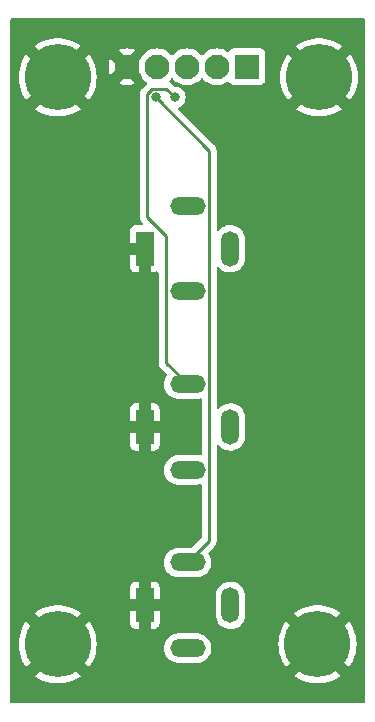
<source format=gbr>
%TF.GenerationSoftware,KiCad,Pcbnew,7.0.1*%
%TF.CreationDate,2023-03-29T16:16:29+02:00*%
%TF.ProjectId,remote,72656d6f-7465-42e6-9b69-6361645f7063,1.0*%
%TF.SameCoordinates,Original*%
%TF.FileFunction,Copper,L2,Bot*%
%TF.FilePolarity,Positive*%
%FSLAX46Y46*%
G04 Gerber Fmt 4.6, Leading zero omitted, Abs format (unit mm)*
G04 Created by KiCad (PCBNEW 7.0.1) date 2023-03-29 16:16:29*
%MOMM*%
%LPD*%
G01*
G04 APERTURE LIST*
%TA.AperFunction,ComponentPad*%
%ADD10C,5.600000*%
%TD*%
%TA.AperFunction,ComponentPad*%
%ADD11R,1.500000X3.000000*%
%TD*%
%TA.AperFunction,ComponentPad*%
%ADD12O,1.500000X3.000000*%
%TD*%
%TA.AperFunction,ComponentPad*%
%ADD13O,3.000000X1.500000*%
%TD*%
%TA.AperFunction,ComponentPad*%
%ADD14R,2.100000X2.100000*%
%TD*%
%TA.AperFunction,ComponentPad*%
%ADD15C,2.100000*%
%TD*%
%TA.AperFunction,ViaPad*%
%ADD16C,0.800000*%
%TD*%
%TA.AperFunction,Conductor*%
%ADD17C,0.250000*%
%TD*%
G04 APERTURE END LIST*
D10*
%TO.P,H1,1,1*%
%TO.N,GND*%
X130675000Y-54400000D03*
%TD*%
D11*
%TO.P,J1,1,GND*%
%TO.N,GND*%
X138050000Y-68900000D03*
D12*
%TO.P,J1,2,VCC*%
%TO.N,+5V*%
X145300000Y-68900000D03*
D13*
%TO.P,J1,3,-*%
%TO.N,Brake_BTN*%
X141675000Y-65275000D03*
%TO.P,J1,4,+*%
%TO.N,+5V*%
X141675000Y-72525000D03*
%TD*%
D14*
%TO.P,J4,1,Pin_1*%
%TO.N,+5V*%
X146700000Y-53500000D03*
D15*
%TO.P,J4,2,Pin_2*%
%TO.N,Brake_BTN*%
X144160000Y-53500000D03*
%TO.P,J4,3,Pin_3*%
%TO.N,RearLight_BTN*%
X141620000Y-53500000D03*
%TO.P,J4,4,Pin_4*%
%TO.N,IND_BTN*%
X139080000Y-53500000D03*
%TO.P,J4,5,Pin_5*%
%TO.N,GND*%
X136540000Y-53500000D03*
%TD*%
D11*
%TO.P,J2,1,GND*%
%TO.N,GND*%
X138050000Y-84000000D03*
D12*
%TO.P,J2,2,VCC*%
%TO.N,+5V*%
X145300000Y-84000000D03*
D13*
%TO.P,J2,3,-*%
%TO.N,RearLight_BTN*%
X141675000Y-80375000D03*
%TO.P,J2,4,+*%
%TO.N,+5V*%
X141675000Y-87625000D03*
%TD*%
D10*
%TO.P,H3,1,1*%
%TO.N,GND*%
X130675000Y-102400000D03*
%TD*%
%TO.P,H4,1,1*%
%TO.N,GND*%
X152675000Y-102400000D03*
%TD*%
%TO.P,H2,1,1*%
%TO.N,GND*%
X152800000Y-54400000D03*
%TD*%
D11*
%TO.P,J3,1,GND*%
%TO.N,GND*%
X138050000Y-99100000D03*
D12*
%TO.P,J3,2,VCC*%
%TO.N,+5V*%
X145300000Y-99100000D03*
D13*
%TO.P,J3,3,-*%
%TO.N,IND_BTN*%
X141675000Y-95475000D03*
%TO.P,J3,4,+*%
%TO.N,+5V*%
X141675000Y-102725000D03*
%TD*%
D16*
%TO.N,GND*%
X127800000Y-65300000D03*
X127800000Y-80300000D03*
X127900000Y-95500000D03*
%TO.N,RearLight_BTN*%
X140600000Y-56100000D03*
%TO.N,IND_BTN*%
X139000000Y-56100000D03*
%TD*%
D17*
%TO.N,RearLight_BTN*%
X140600000Y-56100000D02*
X139875000Y-55375000D01*
X138275000Y-55799695D02*
X138275000Y-66225000D01*
X139875000Y-55375000D02*
X138699695Y-55375000D01*
X138699695Y-55375000D02*
X138275000Y-55799695D01*
X139850000Y-67800000D02*
X139850000Y-78550000D01*
X138275000Y-66225000D02*
X139850000Y-67800000D01*
X139850000Y-78550000D02*
X141675000Y-80375000D01*
%TO.N,IND_BTN*%
X143500000Y-93650000D02*
X141675000Y-95475000D01*
X139000000Y-56100000D02*
X143500000Y-60600000D01*
X143500000Y-60600000D02*
X143500000Y-93650000D01*
%TD*%
%TA.AperFunction,Conductor*%
%TO.N,GND*%
G36*
X156612500Y-49417113D02*
G01*
X156657887Y-49462500D01*
X156674500Y-49524500D01*
X156674500Y-107275500D01*
X156657887Y-107337500D01*
X156612500Y-107382887D01*
X156550500Y-107399500D01*
X126799500Y-107399500D01*
X126737500Y-107382887D01*
X126692113Y-107337500D01*
X126675500Y-107275500D01*
X126675500Y-105060394D01*
X128721712Y-105060394D01*
X128820363Y-105135386D01*
X129126984Y-105319873D01*
X129451746Y-105470124D01*
X129790859Y-105584385D01*
X130140335Y-105661310D01*
X130496078Y-105700000D01*
X130853922Y-105700000D01*
X131209664Y-105661310D01*
X131559140Y-105584385D01*
X131898253Y-105470124D01*
X132223015Y-105319873D01*
X132529637Y-105135385D01*
X132628285Y-105060394D01*
X150721712Y-105060394D01*
X150820363Y-105135386D01*
X151126984Y-105319873D01*
X151451746Y-105470124D01*
X151790859Y-105584385D01*
X152140335Y-105661310D01*
X152496078Y-105700000D01*
X152853922Y-105700000D01*
X153209664Y-105661310D01*
X153559140Y-105584385D01*
X153898253Y-105470124D01*
X154223015Y-105319873D01*
X154529637Y-105135385D01*
X154628286Y-105060393D01*
X152675000Y-103107107D01*
X150721712Y-105060393D01*
X150721712Y-105060394D01*
X132628285Y-105060394D01*
X132628286Y-105060393D01*
X130675000Y-103107107D01*
X128721712Y-105060393D01*
X128721712Y-105060394D01*
X126675500Y-105060394D01*
X126675500Y-102400000D01*
X127370152Y-102400000D01*
X127389525Y-102757310D01*
X127447419Y-103110451D01*
X127543149Y-103455241D01*
X127675601Y-103787670D01*
X127843218Y-104103829D01*
X128013265Y-104354627D01*
X129967893Y-102400001D01*
X129967893Y-102400000D01*
X131382107Y-102400000D01*
X133336733Y-104354627D01*
X133506783Y-104103824D01*
X133674398Y-103787670D01*
X133806850Y-103455241D01*
X133902580Y-103110451D01*
X133956536Y-102781328D01*
X139670709Y-102781328D01*
X139700925Y-103004388D01*
X139736211Y-103112988D01*
X139770483Y-103218464D01*
X139877148Y-103416681D01*
X140017492Y-103592666D01*
X140187004Y-103740765D01*
X140187006Y-103740766D01*
X140380237Y-103856216D01*
X140498214Y-103900493D01*
X140590976Y-103935307D01*
X140812453Y-103975500D01*
X142481153Y-103975500D01*
X142481155Y-103975500D01*
X142649188Y-103960377D01*
X142866170Y-103900493D01*
X143068973Y-103802829D01*
X143251078Y-103670522D01*
X143406632Y-103507825D01*
X143530635Y-103319968D01*
X143619103Y-103112988D01*
X143669191Y-102893537D01*
X143679290Y-102668670D01*
X143649075Y-102445613D01*
X143634254Y-102400000D01*
X149370152Y-102400000D01*
X149389525Y-102757310D01*
X149447419Y-103110451D01*
X149543149Y-103455241D01*
X149675601Y-103787670D01*
X149843218Y-104103829D01*
X150013265Y-104354627D01*
X151967893Y-102400001D01*
X153382107Y-102400001D01*
X155336733Y-104354627D01*
X155506783Y-104103824D01*
X155674398Y-103787670D01*
X155806850Y-103455241D01*
X155902580Y-103110451D01*
X155960474Y-102757310D01*
X155979847Y-102400000D01*
X155960474Y-102042689D01*
X155902580Y-101689548D01*
X155806850Y-101344758D01*
X155674398Y-101012329D01*
X155506781Y-100696170D01*
X155336734Y-100445371D01*
X155336733Y-100445371D01*
X153382107Y-102400000D01*
X153382107Y-102400001D01*
X151967893Y-102400001D01*
X151967893Y-102399999D01*
X150013265Y-100445371D01*
X149843215Y-100696178D01*
X149675601Y-101012329D01*
X149543149Y-101344758D01*
X149447419Y-101689548D01*
X149389525Y-102042689D01*
X149370152Y-102400000D01*
X143634254Y-102400000D01*
X143579517Y-102231536D01*
X143472852Y-102033319D01*
X143332508Y-101857334D01*
X143162996Y-101709235D01*
X143135644Y-101692893D01*
X142969762Y-101593783D01*
X142759025Y-101514693D01*
X142537547Y-101474500D01*
X140868845Y-101474500D01*
X140801631Y-101480549D01*
X140700809Y-101489623D01*
X140483828Y-101549507D01*
X140281027Y-101647170D01*
X140098925Y-101779475D01*
X139943365Y-101942178D01*
X139819365Y-102130031D01*
X139730896Y-102337012D01*
X139680809Y-102556462D01*
X139670709Y-102781328D01*
X133956536Y-102781328D01*
X133960474Y-102757310D01*
X133979847Y-102400000D01*
X133960474Y-102042689D01*
X133902580Y-101689548D01*
X133806850Y-101344758D01*
X133674398Y-101012329D01*
X133506781Y-100696170D01*
X133336734Y-100445371D01*
X133336733Y-100445371D01*
X131382107Y-102400000D01*
X129967893Y-102400000D01*
X128013265Y-100445371D01*
X127843215Y-100696178D01*
X127675601Y-101012329D01*
X127543149Y-101344758D01*
X127447419Y-101689548D01*
X127389525Y-102042689D01*
X127370152Y-102400000D01*
X126675500Y-102400000D01*
X126675500Y-99739605D01*
X128721711Y-99739605D01*
X130675000Y-101692893D01*
X130675001Y-101692893D01*
X132628287Y-99739605D01*
X132529636Y-99664613D01*
X132422248Y-99600000D01*
X136800000Y-99600000D01*
X136800000Y-100647824D01*
X136806402Y-100707375D01*
X136856647Y-100842089D01*
X136942811Y-100957188D01*
X137057910Y-101043352D01*
X137192624Y-101093597D01*
X137252176Y-101100000D01*
X137550000Y-101100000D01*
X137550000Y-99600000D01*
X138550000Y-99600000D01*
X138550000Y-101100000D01*
X138847824Y-101100000D01*
X138907375Y-101093597D01*
X139042089Y-101043352D01*
X139157188Y-100957188D01*
X139243352Y-100842089D01*
X139293597Y-100707375D01*
X139300000Y-100647824D01*
X139300000Y-99906153D01*
X144049500Y-99906153D01*
X144064623Y-100074190D01*
X144124507Y-100291171D01*
X144222170Y-100493972D01*
X144290483Y-100587996D01*
X144354478Y-100676078D01*
X144517175Y-100831632D01*
X144705032Y-100955635D01*
X144912012Y-101044103D01*
X145131463Y-101094191D01*
X145336998Y-101103421D01*
X145356328Y-101104290D01*
X145356328Y-101104289D01*
X145356330Y-101104290D01*
X145579387Y-101074075D01*
X145793464Y-101004517D01*
X145991681Y-100897852D01*
X146167666Y-100757508D01*
X146315765Y-100587996D01*
X146431215Y-100394764D01*
X146510307Y-100184024D01*
X146550500Y-99962547D01*
X146550500Y-99739605D01*
X150721711Y-99739605D01*
X152675000Y-101692893D01*
X152675001Y-101692893D01*
X154628287Y-99739605D01*
X154529636Y-99664613D01*
X154223015Y-99480126D01*
X153898253Y-99329875D01*
X153559140Y-99215614D01*
X153209664Y-99138689D01*
X152853922Y-99100000D01*
X152496078Y-99100000D01*
X152140335Y-99138689D01*
X151790859Y-99215614D01*
X151451746Y-99329875D01*
X151126987Y-99480125D01*
X150820361Y-99664614D01*
X150721712Y-99739605D01*
X150721711Y-99739605D01*
X146550500Y-99739605D01*
X146550500Y-98293845D01*
X146535377Y-98125812D01*
X146475493Y-97908830D01*
X146377829Y-97706027D01*
X146245522Y-97523922D01*
X146082825Y-97368368D01*
X146082822Y-97368366D01*
X146082821Y-97368365D01*
X145894968Y-97244365D01*
X145687987Y-97155896D01*
X145468537Y-97105809D01*
X145243671Y-97095709D01*
X145020611Y-97125925D01*
X144806537Y-97195482D01*
X144718586Y-97242811D01*
X144608319Y-97302148D01*
X144608317Y-97302149D01*
X144608318Y-97302149D01*
X144432335Y-97442490D01*
X144284233Y-97612006D01*
X144168783Y-97805237D01*
X144089693Y-98015974D01*
X144049500Y-98237453D01*
X144049500Y-99906153D01*
X139300000Y-99906153D01*
X139300000Y-99600000D01*
X138550000Y-99600000D01*
X137550000Y-99600000D01*
X136800000Y-99600000D01*
X132422248Y-99600000D01*
X132223015Y-99480126D01*
X131898253Y-99329875D01*
X131559140Y-99215614D01*
X131209664Y-99138689D01*
X130853922Y-99100000D01*
X130496078Y-99100000D01*
X130140335Y-99138689D01*
X129790859Y-99215614D01*
X129451746Y-99329875D01*
X129126987Y-99480125D01*
X128820361Y-99664614D01*
X128721712Y-99739605D01*
X128721711Y-99739605D01*
X126675500Y-99739605D01*
X126675500Y-98600000D01*
X136800000Y-98600000D01*
X137550000Y-98600000D01*
X137550000Y-97100000D01*
X138550000Y-97100000D01*
X138550000Y-98600000D01*
X139300000Y-98600000D01*
X139300000Y-97552176D01*
X139293597Y-97492624D01*
X139243352Y-97357910D01*
X139157188Y-97242811D01*
X139042089Y-97156647D01*
X138907375Y-97106402D01*
X138847824Y-97100000D01*
X138550000Y-97100000D01*
X137550000Y-97100000D01*
X137252176Y-97100000D01*
X137192624Y-97106402D01*
X137057910Y-97156647D01*
X136942811Y-97242811D01*
X136856647Y-97357910D01*
X136806402Y-97492624D01*
X136800000Y-97552176D01*
X136800000Y-98600000D01*
X126675500Y-98600000D01*
X126675500Y-84500000D01*
X136800000Y-84500000D01*
X136800000Y-85547824D01*
X136806402Y-85607375D01*
X136856647Y-85742089D01*
X136942811Y-85857188D01*
X137057910Y-85943352D01*
X137192624Y-85993597D01*
X137252176Y-86000000D01*
X137550000Y-86000000D01*
X137550000Y-84500000D01*
X138550000Y-84500000D01*
X138550000Y-86000000D01*
X138847824Y-86000000D01*
X138907375Y-85993597D01*
X139042089Y-85943352D01*
X139157188Y-85857188D01*
X139243352Y-85742089D01*
X139293597Y-85607375D01*
X139300000Y-85547824D01*
X139300000Y-84500000D01*
X138550000Y-84500000D01*
X137550000Y-84500000D01*
X136800000Y-84500000D01*
X126675500Y-84500000D01*
X126675500Y-83500000D01*
X136800000Y-83500000D01*
X137550000Y-83500000D01*
X137550000Y-82000000D01*
X138550000Y-82000000D01*
X138550000Y-83500000D01*
X139300000Y-83500000D01*
X139300000Y-82452176D01*
X139293597Y-82392624D01*
X139243352Y-82257910D01*
X139157188Y-82142811D01*
X139042089Y-82056647D01*
X138907375Y-82006402D01*
X138847824Y-82000000D01*
X138550000Y-82000000D01*
X137550000Y-82000000D01*
X137252176Y-82000000D01*
X137192624Y-82006402D01*
X137057910Y-82056647D01*
X136942811Y-82142811D01*
X136856647Y-82257910D01*
X136806402Y-82392624D01*
X136800000Y-82452176D01*
X136800000Y-83500000D01*
X126675500Y-83500000D01*
X126675500Y-69400000D01*
X136800000Y-69400000D01*
X136800000Y-70447824D01*
X136806402Y-70507375D01*
X136856647Y-70642089D01*
X136942811Y-70757188D01*
X137057910Y-70843352D01*
X137192624Y-70893597D01*
X137252176Y-70900000D01*
X137550000Y-70900000D01*
X137550000Y-69400000D01*
X136800000Y-69400000D01*
X126675500Y-69400000D01*
X126675500Y-68400000D01*
X136800000Y-68400000D01*
X138426000Y-68400000D01*
X138488000Y-68416613D01*
X138533387Y-68462000D01*
X138550000Y-68524000D01*
X138550000Y-70900000D01*
X138847824Y-70900000D01*
X138907375Y-70893597D01*
X139057166Y-70837729D01*
X139115954Y-70830878D01*
X139171220Y-70852055D01*
X139210376Y-70896436D01*
X139224500Y-70953911D01*
X139224500Y-78467256D01*
X139222235Y-78487762D01*
X139224439Y-78557873D01*
X139224500Y-78561768D01*
X139224500Y-78589349D01*
X139225003Y-78593334D01*
X139225918Y-78604967D01*
X139227290Y-78648626D01*
X139232879Y-78667860D01*
X139236825Y-78686916D01*
X139239335Y-78706792D01*
X139255414Y-78747404D01*
X139259197Y-78758451D01*
X139271382Y-78800391D01*
X139281580Y-78817635D01*
X139290136Y-78835100D01*
X139297514Y-78853732D01*
X139297515Y-78853733D01*
X139323180Y-78889059D01*
X139329593Y-78898822D01*
X139351826Y-78936416D01*
X139351829Y-78936419D01*
X139351830Y-78936420D01*
X139365995Y-78950585D01*
X139378627Y-78965375D01*
X139390406Y-78981587D01*
X139424058Y-79009426D01*
X139432699Y-79017289D01*
X139897354Y-79481944D01*
X139927017Y-79529547D01*
X139932672Y-79585350D01*
X139913161Y-79637935D01*
X139819364Y-79780032D01*
X139730896Y-79987012D01*
X139680809Y-80206462D01*
X139670709Y-80431328D01*
X139700925Y-80654387D01*
X139770483Y-80868464D01*
X139877148Y-81066681D01*
X140017492Y-81242666D01*
X140187004Y-81390765D01*
X140187006Y-81390766D01*
X140380237Y-81506216D01*
X140487527Y-81546482D01*
X140590976Y-81585307D01*
X140812453Y-81625500D01*
X142481153Y-81625500D01*
X142481155Y-81625500D01*
X142649188Y-81610377D01*
X142696919Y-81597203D01*
X142717511Y-81591521D01*
X142774009Y-81589301D01*
X142825618Y-81612395D01*
X142861609Y-81656000D01*
X142874500Y-81711052D01*
X142874500Y-86287121D01*
X142862817Y-86339666D01*
X142829968Y-86382309D01*
X142782145Y-86407015D01*
X142728358Y-86409127D01*
X142537547Y-86374500D01*
X140868845Y-86374500D01*
X140801631Y-86380549D01*
X140700809Y-86389623D01*
X140483828Y-86449507D01*
X140281027Y-86547170D01*
X140098925Y-86679475D01*
X139943365Y-86842178D01*
X139819365Y-87030031D01*
X139730896Y-87237012D01*
X139680809Y-87456462D01*
X139670709Y-87681328D01*
X139700925Y-87904387D01*
X139770483Y-88118464D01*
X139877148Y-88316681D01*
X140017492Y-88492666D01*
X140187004Y-88640765D01*
X140187006Y-88640766D01*
X140380237Y-88756216D01*
X140487527Y-88796482D01*
X140590976Y-88835307D01*
X140812453Y-88875500D01*
X142481153Y-88875500D01*
X142481155Y-88875500D01*
X142649188Y-88860377D01*
X142696919Y-88847203D01*
X142717511Y-88841521D01*
X142774009Y-88839301D01*
X142825618Y-88862395D01*
X142861609Y-88906000D01*
X142874500Y-88961052D01*
X142874500Y-93339548D01*
X142865061Y-93387001D01*
X142838181Y-93427229D01*
X142077228Y-94188181D01*
X142037000Y-94215061D01*
X141989547Y-94224500D01*
X140868845Y-94224500D01*
X140801631Y-94230549D01*
X140700809Y-94239623D01*
X140483828Y-94299507D01*
X140281027Y-94397170D01*
X140098925Y-94529475D01*
X139943365Y-94692178D01*
X139819365Y-94880031D01*
X139730896Y-95087012D01*
X139680809Y-95306462D01*
X139670709Y-95531328D01*
X139700925Y-95754388D01*
X139736211Y-95862988D01*
X139770483Y-95968464D01*
X139877148Y-96166681D01*
X140017492Y-96342666D01*
X140187004Y-96490765D01*
X140187006Y-96490766D01*
X140380237Y-96606216D01*
X140498214Y-96650493D01*
X140590976Y-96685307D01*
X140812453Y-96725500D01*
X142481153Y-96725500D01*
X142481155Y-96725500D01*
X142649188Y-96710377D01*
X142866170Y-96650493D01*
X143068973Y-96552829D01*
X143251078Y-96420522D01*
X143406632Y-96257825D01*
X143530635Y-96069968D01*
X143619103Y-95862988D01*
X143669191Y-95643537D01*
X143679290Y-95418670D01*
X143649075Y-95195613D01*
X143579517Y-94981536D01*
X143472852Y-94783319D01*
X143443632Y-94746679D01*
X143418743Y-94692422D01*
X143422090Y-94632819D01*
X143452898Y-94581690D01*
X143883786Y-94150802D01*
X143899887Y-94137904D01*
X143901874Y-94135787D01*
X143901877Y-94135786D01*
X143947932Y-94086741D01*
X143950613Y-94083976D01*
X143970120Y-94064470D01*
X143972581Y-94061295D01*
X143980152Y-94052431D01*
X144010062Y-94020582D01*
X144019713Y-94003026D01*
X144030393Y-93986767D01*
X144042674Y-93970936D01*
X144060018Y-93930851D01*
X144065160Y-93920356D01*
X144086197Y-93882092D01*
X144091178Y-93862688D01*
X144097480Y-93844283D01*
X144105438Y-93825895D01*
X144112270Y-93782748D01*
X144114639Y-93771316D01*
X144125500Y-93729020D01*
X144125500Y-93708984D01*
X144127027Y-93689585D01*
X144130160Y-93669804D01*
X144126050Y-93626325D01*
X144125500Y-93614656D01*
X144125500Y-85642549D01*
X144140838Y-85582812D01*
X144183057Y-85537852D01*
X144241714Y-85518794D01*
X144302297Y-85530350D01*
X144349817Y-85569663D01*
X144354478Y-85576078D01*
X144517175Y-85731632D01*
X144705032Y-85855635D01*
X144912012Y-85944103D01*
X145131463Y-85994191D01*
X145336998Y-86003421D01*
X145356328Y-86004290D01*
X145356328Y-86004289D01*
X145356330Y-86004290D01*
X145579387Y-85974075D01*
X145793464Y-85904517D01*
X145991681Y-85797852D01*
X146167666Y-85657508D01*
X146315765Y-85487996D01*
X146431215Y-85294764D01*
X146510307Y-85084024D01*
X146550500Y-84862547D01*
X146550500Y-83193845D01*
X146535377Y-83025812D01*
X146475493Y-82808830D01*
X146377829Y-82606027D01*
X146245522Y-82423922D01*
X146082825Y-82268368D01*
X146082822Y-82268366D01*
X146082821Y-82268365D01*
X145894968Y-82144365D01*
X145687987Y-82055896D01*
X145468537Y-82005809D01*
X145243671Y-81995709D01*
X145020611Y-82025925D01*
X144806537Y-82095482D01*
X144718586Y-82142811D01*
X144608319Y-82202148D01*
X144608317Y-82202149D01*
X144608318Y-82202149D01*
X144432335Y-82342490D01*
X144342881Y-82444879D01*
X144294110Y-82478992D01*
X144235063Y-82486451D01*
X144179342Y-82465538D01*
X144139783Y-82421071D01*
X144125500Y-82363294D01*
X144125500Y-70542549D01*
X144140838Y-70482812D01*
X144183057Y-70437852D01*
X144241714Y-70418794D01*
X144302297Y-70430350D01*
X144349817Y-70469663D01*
X144354478Y-70476078D01*
X144517175Y-70631632D01*
X144705032Y-70755635D01*
X144912012Y-70844103D01*
X145131463Y-70894191D01*
X145336998Y-70903421D01*
X145356328Y-70904290D01*
X145356328Y-70904289D01*
X145356330Y-70904290D01*
X145579387Y-70874075D01*
X145793464Y-70804517D01*
X145991681Y-70697852D01*
X146167666Y-70557508D01*
X146315765Y-70387996D01*
X146431215Y-70194764D01*
X146510307Y-69984024D01*
X146550500Y-69762547D01*
X146550500Y-68093845D01*
X146535377Y-67925812D01*
X146475493Y-67708830D01*
X146377829Y-67506027D01*
X146245522Y-67323922D01*
X146082825Y-67168368D01*
X146082822Y-67168366D01*
X146082821Y-67168365D01*
X145894968Y-67044365D01*
X145687987Y-66955896D01*
X145468537Y-66905809D01*
X145243671Y-66895709D01*
X145020611Y-66925925D01*
X144806537Y-66995482D01*
X144718586Y-67042811D01*
X144608319Y-67102148D01*
X144608317Y-67102149D01*
X144608318Y-67102149D01*
X144432335Y-67242490D01*
X144388535Y-67292624D01*
X144346640Y-67340577D01*
X144342881Y-67344879D01*
X144294110Y-67378992D01*
X144235063Y-67386451D01*
X144179342Y-67365538D01*
X144139783Y-67321071D01*
X144125500Y-67263294D01*
X144125500Y-60682744D01*
X144127764Y-60662237D01*
X144125561Y-60592127D01*
X144125500Y-60588232D01*
X144125500Y-60560653D01*
X144124997Y-60556672D01*
X144124080Y-60545019D01*
X144122709Y-60501373D01*
X144117120Y-60482140D01*
X144113174Y-60463082D01*
X144110664Y-60443206D01*
X144094588Y-60402604D01*
X144090804Y-60391553D01*
X144084881Y-60371168D01*
X144078618Y-60349610D01*
X144068414Y-60332355D01*
X144059861Y-60314895D01*
X144052486Y-60296269D01*
X144052486Y-60296268D01*
X144026808Y-60260925D01*
X144020401Y-60251171D01*
X143998169Y-60213579D01*
X143984006Y-60199416D01*
X143971367Y-60184617D01*
X143959595Y-60168413D01*
X143925941Y-60140573D01*
X143917299Y-60132709D01*
X140914613Y-57130022D01*
X140883871Y-57079112D01*
X140882767Y-57060394D01*
X150846712Y-57060394D01*
X150945363Y-57135386D01*
X151251984Y-57319873D01*
X151576746Y-57470124D01*
X151915859Y-57584385D01*
X152265335Y-57661310D01*
X152621078Y-57700000D01*
X152978922Y-57700000D01*
X153334664Y-57661310D01*
X153684140Y-57584385D01*
X154023253Y-57470124D01*
X154348015Y-57319873D01*
X154654637Y-57135385D01*
X154753286Y-57060393D01*
X152800000Y-55107107D01*
X150846712Y-57060393D01*
X150846712Y-57060394D01*
X140882767Y-57060394D01*
X140880370Y-57019743D01*
X140904915Y-56965573D01*
X140951855Y-56929063D01*
X141052730Y-56884151D01*
X141205871Y-56772888D01*
X141332533Y-56632216D01*
X141427179Y-56468284D01*
X141485674Y-56288256D01*
X141505460Y-56100000D01*
X141485674Y-55911744D01*
X141442832Y-55779891D01*
X141427179Y-55731715D01*
X141332533Y-55567783D01*
X141205870Y-55427110D01*
X141052730Y-55315848D01*
X140879802Y-55238855D01*
X140694648Y-55199500D01*
X140694646Y-55199500D01*
X140635453Y-55199500D01*
X140588000Y-55190061D01*
X140547772Y-55163181D01*
X140375802Y-54991211D01*
X140362906Y-54975113D01*
X140311775Y-54927098D01*
X140308978Y-54924387D01*
X140289470Y-54904879D01*
X140286290Y-54902412D01*
X140277424Y-54894839D01*
X140245582Y-54864938D01*
X140228024Y-54855285D01*
X140211764Y-54844604D01*
X140195937Y-54832327D01*
X140186940Y-54828434D01*
X140137910Y-54790246D01*
X140113566Y-54733066D01*
X140120023Y-54671256D01*
X140155654Y-54620346D01*
X140179759Y-54599759D01*
X140255711Y-54510829D01*
X140298086Y-54478753D01*
X140350000Y-54467363D01*
X140401914Y-54478753D01*
X140444288Y-54510829D01*
X140520241Y-54599759D01*
X140705821Y-54758259D01*
X140780408Y-54803966D01*
X140913911Y-54885778D01*
X141139384Y-54979171D01*
X141139387Y-54979171D01*
X141139388Y-54979172D01*
X141376698Y-55036146D01*
X141620000Y-55055294D01*
X141863302Y-55036146D01*
X142100612Y-54979172D01*
X142100613Y-54979171D01*
X142100615Y-54979171D01*
X142326088Y-54885778D01*
X142419664Y-54828434D01*
X142534179Y-54758259D01*
X142719759Y-54599759D01*
X142795711Y-54510829D01*
X142838086Y-54478753D01*
X142890000Y-54467363D01*
X142941914Y-54478753D01*
X142984288Y-54510829D01*
X143060241Y-54599759D01*
X143245821Y-54758259D01*
X143320408Y-54803966D01*
X143453911Y-54885778D01*
X143679384Y-54979171D01*
X143679387Y-54979171D01*
X143679388Y-54979172D01*
X143916698Y-55036146D01*
X144160000Y-55055294D01*
X144403302Y-55036146D01*
X144640612Y-54979172D01*
X144640613Y-54979171D01*
X144640615Y-54979171D01*
X144866085Y-54885779D01*
X144866086Y-54885777D01*
X144866089Y-54885777D01*
X145050860Y-54772548D01*
X145108567Y-54754479D01*
X145167962Y-54765853D01*
X145214914Y-54803966D01*
X145288610Y-54902412D01*
X145292454Y-54907546D01*
X145407669Y-54993796D01*
X145542517Y-55044091D01*
X145602127Y-55050500D01*
X147797872Y-55050499D01*
X147857483Y-55044091D01*
X147992331Y-54993796D01*
X148107546Y-54907546D01*
X148193796Y-54792331D01*
X148244091Y-54657483D01*
X148250500Y-54597873D01*
X148250500Y-54399999D01*
X149495152Y-54399999D01*
X149514525Y-54757310D01*
X149572419Y-55110451D01*
X149668149Y-55455241D01*
X149800601Y-55787670D01*
X149968218Y-56103829D01*
X150138265Y-56354627D01*
X152092893Y-54400001D01*
X152092893Y-54400000D01*
X153507107Y-54400000D01*
X155461733Y-56354627D01*
X155631783Y-56103824D01*
X155799398Y-55787670D01*
X155931850Y-55455241D01*
X156027580Y-55110451D01*
X156085474Y-54757310D01*
X156104847Y-54399999D01*
X156085474Y-54042689D01*
X156027580Y-53689548D01*
X155931850Y-53344758D01*
X155799398Y-53012329D01*
X155631781Y-52696170D01*
X155461734Y-52445371D01*
X155461733Y-52445371D01*
X153507107Y-54400000D01*
X152092893Y-54400000D01*
X150138265Y-52445371D01*
X149968215Y-52696178D01*
X149800601Y-53012329D01*
X149668149Y-53344758D01*
X149572419Y-53689548D01*
X149514525Y-54042689D01*
X149495152Y-54399999D01*
X148250500Y-54399999D01*
X148250499Y-52402128D01*
X148244091Y-52342517D01*
X148193796Y-52207669D01*
X148107546Y-52092454D01*
X147992331Y-52006204D01*
X147857483Y-51955909D01*
X147797873Y-51949500D01*
X147797869Y-51949500D01*
X145602130Y-51949500D01*
X145542515Y-51955909D01*
X145407669Y-52006204D01*
X145292451Y-52092456D01*
X145214913Y-52196033D01*
X145167962Y-52234146D01*
X145108567Y-52245520D01*
X145050857Y-52227449D01*
X144866088Y-52114221D01*
X144640615Y-52020828D01*
X144403303Y-51963854D01*
X144160000Y-51944706D01*
X143916696Y-51963854D01*
X143679384Y-52020828D01*
X143453911Y-52114221D01*
X143245822Y-52241740D01*
X143060241Y-52400241D01*
X142984290Y-52489168D01*
X142941914Y-52521246D01*
X142890000Y-52532636D01*
X142838086Y-52521246D01*
X142795710Y-52489168D01*
X142777844Y-52468250D01*
X142719759Y-52400241D01*
X142534179Y-52241741D01*
X142478579Y-52207669D01*
X142326088Y-52114221D01*
X142100615Y-52020828D01*
X141863303Y-51963854D01*
X141620000Y-51944706D01*
X141376696Y-51963854D01*
X141139384Y-52020828D01*
X140913911Y-52114221D01*
X140705822Y-52241740D01*
X140520241Y-52400241D01*
X140444290Y-52489168D01*
X140401914Y-52521246D01*
X140350000Y-52532636D01*
X140298086Y-52521246D01*
X140255710Y-52489168D01*
X140237844Y-52468250D01*
X140179759Y-52400241D01*
X139994179Y-52241741D01*
X139938579Y-52207669D01*
X139786088Y-52114221D01*
X139560615Y-52020828D01*
X139323303Y-51963854D01*
X139080000Y-51944706D01*
X138836696Y-51963854D01*
X138599384Y-52020828D01*
X138373911Y-52114221D01*
X138165822Y-52241740D01*
X137980241Y-52400241D01*
X137821740Y-52585822D01*
X137694221Y-52793911D01*
X137600828Y-53019384D01*
X137568902Y-53152363D01*
X137536010Y-53211096D01*
X137247107Y-53500001D01*
X137536009Y-53788902D01*
X137568902Y-53847635D01*
X137600828Y-53980616D01*
X137694221Y-54206088D01*
X137803902Y-54385068D01*
X137821741Y-54414179D01*
X137980241Y-54599759D01*
X138165821Y-54758259D01*
X138184266Y-54769562D01*
X138196651Y-54777152D01*
X138236296Y-54816026D01*
X138255002Y-54868305D01*
X138249017Y-54923505D01*
X138219542Y-54970560D01*
X137891208Y-55298894D01*
X137875110Y-55311791D01*
X137827096Y-55362920D01*
X137824391Y-55365712D01*
X137804874Y-55385229D01*
X137802415Y-55388400D01*
X137794842Y-55397267D01*
X137764935Y-55429115D01*
X137755285Y-55446669D01*
X137744609Y-55462923D01*
X137732326Y-55478758D01*
X137714975Y-55518853D01*
X137709838Y-55529339D01*
X137688802Y-55567602D01*
X137683821Y-55587004D01*
X137677520Y-55605406D01*
X137669561Y-55623797D01*
X137662728Y-55666937D01*
X137660360Y-55678369D01*
X137649500Y-55720673D01*
X137649500Y-55740711D01*
X137647973Y-55760110D01*
X137644840Y-55779889D01*
X137648950Y-55823370D01*
X137649500Y-55835039D01*
X137649500Y-66142256D01*
X137647235Y-66162762D01*
X137649439Y-66232873D01*
X137649500Y-66236768D01*
X137649500Y-66264349D01*
X137650003Y-66268334D01*
X137650918Y-66279967D01*
X137652290Y-66323626D01*
X137657879Y-66342860D01*
X137661825Y-66361916D01*
X137664335Y-66381792D01*
X137680414Y-66422404D01*
X137684197Y-66433451D01*
X137696382Y-66475391D01*
X137706580Y-66492635D01*
X137715136Y-66510100D01*
X137722514Y-66528732D01*
X137722515Y-66528733D01*
X137748180Y-66564059D01*
X137754593Y-66573822D01*
X137776826Y-66611416D01*
X137776829Y-66611419D01*
X137776830Y-66611420D01*
X137790995Y-66625585D01*
X137803627Y-66640375D01*
X137815406Y-66656587D01*
X137844259Y-66680456D01*
X137879928Y-66728907D01*
X137888593Y-66788444D01*
X137868213Y-66845052D01*
X137823586Y-66885404D01*
X137765219Y-66900000D01*
X137252176Y-66900000D01*
X137192624Y-66906402D01*
X137057910Y-66956647D01*
X136942811Y-67042811D01*
X136856647Y-67157910D01*
X136806402Y-67292624D01*
X136800000Y-67352176D01*
X136800000Y-68400000D01*
X126675500Y-68400000D01*
X126675500Y-57060394D01*
X128721712Y-57060394D01*
X128820363Y-57135386D01*
X129126984Y-57319873D01*
X129451746Y-57470124D01*
X129790859Y-57584385D01*
X130140335Y-57661310D01*
X130496078Y-57700000D01*
X130853922Y-57700000D01*
X131209664Y-57661310D01*
X131559140Y-57584385D01*
X131898253Y-57470124D01*
X132223015Y-57319873D01*
X132529637Y-57135385D01*
X132628286Y-57060393D01*
X130675000Y-55107107D01*
X128721712Y-57060393D01*
X128721712Y-57060394D01*
X126675500Y-57060394D01*
X126675500Y-54400000D01*
X127370152Y-54400000D01*
X127389525Y-54757310D01*
X127447419Y-55110451D01*
X127543149Y-55455241D01*
X127675601Y-55787670D01*
X127843218Y-56103829D01*
X128013265Y-56354627D01*
X129967893Y-54400001D01*
X129967893Y-54400000D01*
X131382107Y-54400000D01*
X133336733Y-56354627D01*
X133506783Y-56103824D01*
X133674398Y-55787670D01*
X133806850Y-55455241D01*
X133902580Y-55110451D01*
X133938159Y-54893424D01*
X135853680Y-54893424D01*
X136059542Y-54978696D01*
X136296775Y-55035650D01*
X136540000Y-55054792D01*
X136783224Y-55035650D01*
X137020457Y-54978696D01*
X137226318Y-54893424D01*
X136540001Y-54207107D01*
X136540000Y-54207107D01*
X135853680Y-54893424D01*
X133938159Y-54893424D01*
X133960474Y-54757310D01*
X133979847Y-54399999D01*
X133960474Y-54042689D01*
X133902580Y-53689548D01*
X133849952Y-53499999D01*
X134985207Y-53499999D01*
X135004349Y-53743224D01*
X135061303Y-53980457D01*
X135146574Y-54186318D01*
X135832893Y-53500001D01*
X135832893Y-53500000D01*
X135146574Y-52813680D01*
X135061304Y-53019540D01*
X135004349Y-53256775D01*
X134985207Y-53499999D01*
X133849952Y-53499999D01*
X133806850Y-53344758D01*
X133674398Y-53012329D01*
X133506781Y-52696170D01*
X133336734Y-52445371D01*
X133336733Y-52445371D01*
X131382107Y-54400000D01*
X129967893Y-54400000D01*
X128013265Y-52445371D01*
X127843215Y-52696178D01*
X127675601Y-53012329D01*
X127543149Y-53344758D01*
X127447419Y-53689548D01*
X127389525Y-54042689D01*
X127370152Y-54400000D01*
X126675500Y-54400000D01*
X126675500Y-51739605D01*
X128721711Y-51739605D01*
X130675000Y-53692893D01*
X130675001Y-53692893D01*
X132261318Y-52106574D01*
X135853680Y-52106574D01*
X136540000Y-52792893D01*
X136540001Y-52792893D01*
X137226318Y-52106574D01*
X137020457Y-52021303D01*
X136783224Y-51964349D01*
X136540000Y-51945207D01*
X136296775Y-51964349D01*
X136059540Y-52021304D01*
X135853680Y-52106574D01*
X132261318Y-52106574D01*
X132628287Y-51739605D01*
X150846711Y-51739605D01*
X152800000Y-53692893D01*
X152800001Y-53692893D01*
X154753287Y-51739605D01*
X154654636Y-51664613D01*
X154348015Y-51480126D01*
X154023253Y-51329875D01*
X153684140Y-51215614D01*
X153334664Y-51138689D01*
X152978922Y-51100000D01*
X152621078Y-51100000D01*
X152265335Y-51138689D01*
X151915859Y-51215614D01*
X151576746Y-51329875D01*
X151251987Y-51480125D01*
X150945361Y-51664614D01*
X150846712Y-51739605D01*
X150846711Y-51739605D01*
X132628287Y-51739605D01*
X132529636Y-51664613D01*
X132223015Y-51480126D01*
X131898253Y-51329875D01*
X131559140Y-51215614D01*
X131209664Y-51138689D01*
X130853922Y-51100000D01*
X130496078Y-51100000D01*
X130140335Y-51138689D01*
X129790859Y-51215614D01*
X129451746Y-51329875D01*
X129126987Y-51480125D01*
X128820361Y-51664614D01*
X128721712Y-51739605D01*
X128721711Y-51739605D01*
X126675500Y-51739605D01*
X126675500Y-49524500D01*
X126692113Y-49462500D01*
X126737500Y-49417113D01*
X126799500Y-49400500D01*
X156550500Y-49400500D01*
X156612500Y-49417113D01*
G37*
%TD.AperFunction*%
%TD*%
M02*

</source>
